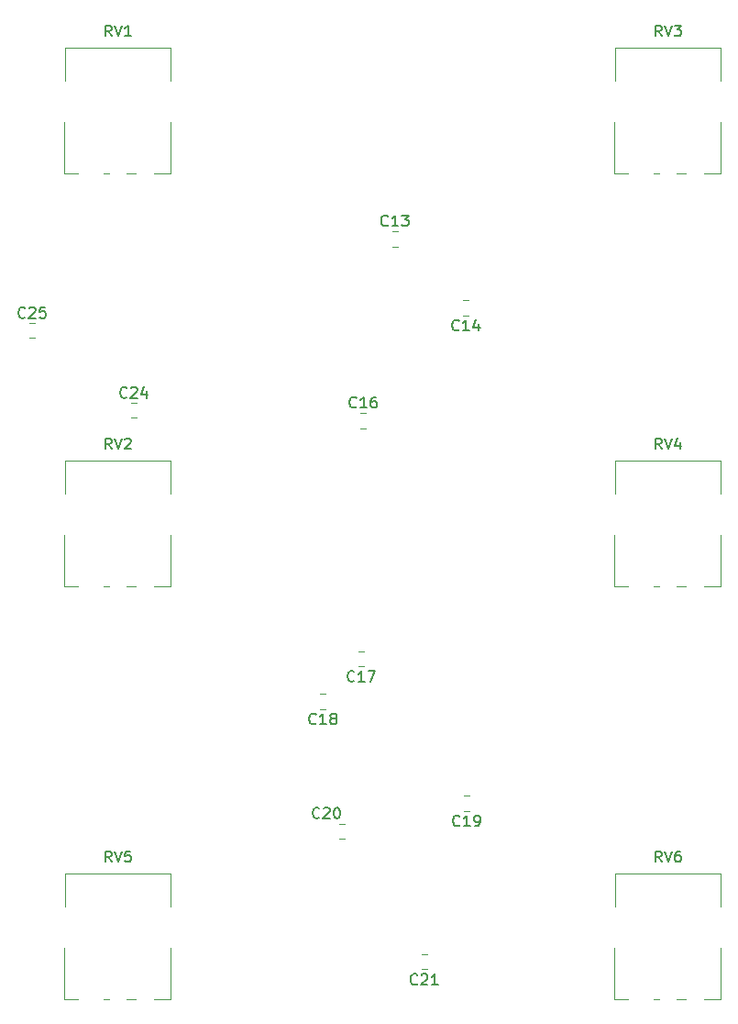
<source format=gbr>
G04 #@! TF.GenerationSoftware,KiCad,Pcbnew,5.1.6-c6e7f7d~86~ubuntu18.04.1*
G04 #@! TF.CreationDate,2020-06-20T09:49:41-04:00*
G04 #@! TF.ProjectId,dual_VCA,6475616c-5f56-4434-912e-6b696361645f,rev?*
G04 #@! TF.SameCoordinates,Original*
G04 #@! TF.FileFunction,Legend,Top*
G04 #@! TF.FilePolarity,Positive*
%FSLAX46Y46*%
G04 Gerber Fmt 4.6, Leading zero omitted, Abs format (unit mm)*
G04 Created by KiCad (PCBNEW 5.1.6-c6e7f7d~86~ubuntu18.04.1) date 2020-06-20 09:49:41*
%MOMM*%
%LPD*%
G01*
G04 APERTURE LIST*
%ADD10C,0.120000*%
%ADD11C,0.150000*%
G04 APERTURE END LIST*
D10*
X143457452Y-80364400D02*
X142934948Y-80364400D01*
X143457452Y-78944400D02*
X142934948Y-78944400D01*
X152332948Y-86310400D02*
X152855452Y-86310400D01*
X152332948Y-87730400D02*
X152855452Y-87730400D01*
X179155348Y-137212000D02*
X179677852Y-137212000D01*
X179155348Y-138632000D02*
X179677852Y-138632000D01*
X172075852Y-126592400D02*
X171553348Y-126592400D01*
X172075852Y-125172400D02*
X171553348Y-125172400D01*
X183594752Y-124027000D02*
X183072248Y-124027000D01*
X183594752Y-122607000D02*
X183072248Y-122607000D01*
X170323252Y-114629000D02*
X169800748Y-114629000D01*
X170323252Y-113209000D02*
X169800748Y-113209000D01*
X173338748Y-109272000D02*
X173861252Y-109272000D01*
X173338748Y-110692000D02*
X173861252Y-110692000D01*
X173529248Y-87301000D02*
X174051752Y-87301000D01*
X173529248Y-88721000D02*
X174051752Y-88721000D01*
X183531252Y-78307000D02*
X183008748Y-78307000D01*
X183531252Y-76887000D02*
X183008748Y-76887000D01*
X176450248Y-70537000D02*
X176972752Y-70537000D01*
X176450248Y-71957000D02*
X176972752Y-71957000D01*
X206760000Y-129770000D02*
X197020000Y-129770000D01*
X206760000Y-141360000D02*
X205270000Y-141360000D01*
X206760000Y-132830000D02*
X206760000Y-129770000D01*
X197010000Y-141360000D02*
X197010000Y-136640000D01*
X197020000Y-132830000D02*
X197020000Y-129770000D01*
X206760000Y-141360000D02*
X206760000Y-136640000D01*
X198200000Y-141360000D02*
X197020000Y-141360000D01*
X201100000Y-141360000D02*
X200570000Y-141360000D01*
X203550000Y-141360000D02*
X202720000Y-141360000D01*
X155960000Y-129770000D02*
X146220000Y-129770000D01*
X155960000Y-141360000D02*
X154470000Y-141360000D01*
X155960000Y-132830000D02*
X155960000Y-129770000D01*
X146210000Y-141360000D02*
X146210000Y-136640000D01*
X146220000Y-132830000D02*
X146220000Y-129770000D01*
X155960000Y-141360000D02*
X155960000Y-136640000D01*
X147400000Y-141360000D02*
X146220000Y-141360000D01*
X150300000Y-141360000D02*
X149770000Y-141360000D01*
X152750000Y-141360000D02*
X151920000Y-141360000D01*
X206760000Y-91670000D02*
X197020000Y-91670000D01*
X206760000Y-103260000D02*
X205270000Y-103260000D01*
X206760000Y-94730000D02*
X206760000Y-91670000D01*
X197010000Y-103260000D02*
X197010000Y-98540000D01*
X197020000Y-94730000D02*
X197020000Y-91670000D01*
X206760000Y-103260000D02*
X206760000Y-98540000D01*
X198200000Y-103260000D02*
X197020000Y-103260000D01*
X201100000Y-103260000D02*
X200570000Y-103260000D01*
X203550000Y-103260000D02*
X202720000Y-103260000D01*
X206760000Y-53570000D02*
X197020000Y-53570000D01*
X206760000Y-65160000D02*
X205270000Y-65160000D01*
X206760000Y-56630000D02*
X206760000Y-53570000D01*
X197010000Y-65160000D02*
X197010000Y-60440000D01*
X197020000Y-56630000D02*
X197020000Y-53570000D01*
X206760000Y-65160000D02*
X206760000Y-60440000D01*
X198200000Y-65160000D02*
X197020000Y-65160000D01*
X201100000Y-65160000D02*
X200570000Y-65160000D01*
X203550000Y-65160000D02*
X202720000Y-65160000D01*
X155960000Y-91670000D02*
X146220000Y-91670000D01*
X155960000Y-103260000D02*
X154470000Y-103260000D01*
X155960000Y-94730000D02*
X155960000Y-91670000D01*
X146210000Y-103260000D02*
X146210000Y-98540000D01*
X146220000Y-94730000D02*
X146220000Y-91670000D01*
X155960000Y-103260000D02*
X155960000Y-98540000D01*
X147400000Y-103260000D02*
X146220000Y-103260000D01*
X150300000Y-103260000D02*
X149770000Y-103260000D01*
X152750000Y-103260000D02*
X151920000Y-103260000D01*
X155960000Y-53570000D02*
X146220000Y-53570000D01*
X155960000Y-65160000D02*
X154470000Y-65160000D01*
X155960000Y-56630000D02*
X155960000Y-53570000D01*
X146210000Y-65160000D02*
X146210000Y-60440000D01*
X146220000Y-56630000D02*
X146220000Y-53570000D01*
X155960000Y-65160000D02*
X155960000Y-60440000D01*
X147400000Y-65160000D02*
X146220000Y-65160000D01*
X150300000Y-65160000D02*
X149770000Y-65160000D01*
X152750000Y-65160000D02*
X151920000Y-65160000D01*
D11*
X142562342Y-78436742D02*
X142514723Y-78484361D01*
X142371866Y-78531980D01*
X142276628Y-78531980D01*
X142133771Y-78484361D01*
X142038533Y-78389123D01*
X141990914Y-78293885D01*
X141943295Y-78103409D01*
X141943295Y-77960552D01*
X141990914Y-77770076D01*
X142038533Y-77674838D01*
X142133771Y-77579600D01*
X142276628Y-77531980D01*
X142371866Y-77531980D01*
X142514723Y-77579600D01*
X142562342Y-77627219D01*
X142943295Y-77627219D02*
X142990914Y-77579600D01*
X143086152Y-77531980D01*
X143324247Y-77531980D01*
X143419485Y-77579600D01*
X143467104Y-77627219D01*
X143514723Y-77722457D01*
X143514723Y-77817695D01*
X143467104Y-77960552D01*
X142895676Y-78531980D01*
X143514723Y-78531980D01*
X144419485Y-77531980D02*
X143943295Y-77531980D01*
X143895676Y-78008171D01*
X143943295Y-77960552D01*
X144038533Y-77912933D01*
X144276628Y-77912933D01*
X144371866Y-77960552D01*
X144419485Y-78008171D01*
X144467104Y-78103409D01*
X144467104Y-78341504D01*
X144419485Y-78436742D01*
X144371866Y-78484361D01*
X144276628Y-78531980D01*
X144038533Y-78531980D01*
X143943295Y-78484361D01*
X143895676Y-78436742D01*
X151951342Y-85802742D02*
X151903723Y-85850361D01*
X151760866Y-85897980D01*
X151665628Y-85897980D01*
X151522771Y-85850361D01*
X151427533Y-85755123D01*
X151379914Y-85659885D01*
X151332295Y-85469409D01*
X151332295Y-85326552D01*
X151379914Y-85136076D01*
X151427533Y-85040838D01*
X151522771Y-84945600D01*
X151665628Y-84897980D01*
X151760866Y-84897980D01*
X151903723Y-84945600D01*
X151951342Y-84993219D01*
X152332295Y-84993219D02*
X152379914Y-84945600D01*
X152475152Y-84897980D01*
X152713247Y-84897980D01*
X152808485Y-84945600D01*
X152856104Y-84993219D01*
X152903723Y-85088457D01*
X152903723Y-85183695D01*
X152856104Y-85326552D01*
X152284676Y-85897980D01*
X152903723Y-85897980D01*
X153760866Y-85231314D02*
X153760866Y-85897980D01*
X153522771Y-84850361D02*
X153284676Y-85564647D01*
X153903723Y-85564647D01*
X178782742Y-139955542D02*
X178735123Y-140003161D01*
X178592266Y-140050780D01*
X178497028Y-140050780D01*
X178354171Y-140003161D01*
X178258933Y-139907923D01*
X178211314Y-139812685D01*
X178163695Y-139622209D01*
X178163695Y-139479352D01*
X178211314Y-139288876D01*
X178258933Y-139193638D01*
X178354171Y-139098400D01*
X178497028Y-139050780D01*
X178592266Y-139050780D01*
X178735123Y-139098400D01*
X178782742Y-139146019D01*
X179163695Y-139146019D02*
X179211314Y-139098400D01*
X179306552Y-139050780D01*
X179544647Y-139050780D01*
X179639885Y-139098400D01*
X179687504Y-139146019D01*
X179735123Y-139241257D01*
X179735123Y-139336495D01*
X179687504Y-139479352D01*
X179116076Y-140050780D01*
X179735123Y-140050780D01*
X180687504Y-140050780D02*
X180116076Y-140050780D01*
X180401790Y-140050780D02*
X180401790Y-139050780D01*
X180306552Y-139193638D01*
X180211314Y-139288876D01*
X180116076Y-139336495D01*
X169740342Y-124613942D02*
X169692723Y-124661561D01*
X169549866Y-124709180D01*
X169454628Y-124709180D01*
X169311771Y-124661561D01*
X169216533Y-124566323D01*
X169168914Y-124471085D01*
X169121295Y-124280609D01*
X169121295Y-124137752D01*
X169168914Y-123947276D01*
X169216533Y-123852038D01*
X169311771Y-123756800D01*
X169454628Y-123709180D01*
X169549866Y-123709180D01*
X169692723Y-123756800D01*
X169740342Y-123804419D01*
X170121295Y-123804419D02*
X170168914Y-123756800D01*
X170264152Y-123709180D01*
X170502247Y-123709180D01*
X170597485Y-123756800D01*
X170645104Y-123804419D01*
X170692723Y-123899657D01*
X170692723Y-123994895D01*
X170645104Y-124137752D01*
X170073676Y-124709180D01*
X170692723Y-124709180D01*
X171311771Y-123709180D02*
X171407009Y-123709180D01*
X171502247Y-123756800D01*
X171549866Y-123804419D01*
X171597485Y-123899657D01*
X171645104Y-124090133D01*
X171645104Y-124328228D01*
X171597485Y-124518704D01*
X171549866Y-124613942D01*
X171502247Y-124661561D01*
X171407009Y-124709180D01*
X171311771Y-124709180D01*
X171216533Y-124661561D01*
X171168914Y-124613942D01*
X171121295Y-124518704D01*
X171073676Y-124328228D01*
X171073676Y-124090133D01*
X171121295Y-123899657D01*
X171168914Y-123804419D01*
X171216533Y-123756800D01*
X171311771Y-123709180D01*
X182690642Y-125324142D02*
X182643023Y-125371761D01*
X182500166Y-125419380D01*
X182404928Y-125419380D01*
X182262071Y-125371761D01*
X182166833Y-125276523D01*
X182119214Y-125181285D01*
X182071595Y-124990809D01*
X182071595Y-124847952D01*
X182119214Y-124657476D01*
X182166833Y-124562238D01*
X182262071Y-124467000D01*
X182404928Y-124419380D01*
X182500166Y-124419380D01*
X182643023Y-124467000D01*
X182690642Y-124514619D01*
X183643023Y-125419380D02*
X183071595Y-125419380D01*
X183357309Y-125419380D02*
X183357309Y-124419380D01*
X183262071Y-124562238D01*
X183166833Y-124657476D01*
X183071595Y-124705095D01*
X184119214Y-125419380D02*
X184309690Y-125419380D01*
X184404928Y-125371761D01*
X184452547Y-125324142D01*
X184547785Y-125181285D01*
X184595404Y-124990809D01*
X184595404Y-124609857D01*
X184547785Y-124514619D01*
X184500166Y-124467000D01*
X184404928Y-124419380D01*
X184214452Y-124419380D01*
X184119214Y-124467000D01*
X184071595Y-124514619D01*
X184023976Y-124609857D01*
X184023976Y-124847952D01*
X184071595Y-124943190D01*
X184119214Y-124990809D01*
X184214452Y-125038428D01*
X184404928Y-125038428D01*
X184500166Y-124990809D01*
X184547785Y-124943190D01*
X184595404Y-124847952D01*
X169419142Y-115926142D02*
X169371523Y-115973761D01*
X169228666Y-116021380D01*
X169133428Y-116021380D01*
X168990571Y-115973761D01*
X168895333Y-115878523D01*
X168847714Y-115783285D01*
X168800095Y-115592809D01*
X168800095Y-115449952D01*
X168847714Y-115259476D01*
X168895333Y-115164238D01*
X168990571Y-115069000D01*
X169133428Y-115021380D01*
X169228666Y-115021380D01*
X169371523Y-115069000D01*
X169419142Y-115116619D01*
X170371523Y-116021380D02*
X169800095Y-116021380D01*
X170085809Y-116021380D02*
X170085809Y-115021380D01*
X169990571Y-115164238D01*
X169895333Y-115259476D01*
X169800095Y-115307095D01*
X170942952Y-115449952D02*
X170847714Y-115402333D01*
X170800095Y-115354714D01*
X170752476Y-115259476D01*
X170752476Y-115211857D01*
X170800095Y-115116619D01*
X170847714Y-115069000D01*
X170942952Y-115021380D01*
X171133428Y-115021380D01*
X171228666Y-115069000D01*
X171276285Y-115116619D01*
X171323904Y-115211857D01*
X171323904Y-115259476D01*
X171276285Y-115354714D01*
X171228666Y-115402333D01*
X171133428Y-115449952D01*
X170942952Y-115449952D01*
X170847714Y-115497571D01*
X170800095Y-115545190D01*
X170752476Y-115640428D01*
X170752476Y-115830904D01*
X170800095Y-115926142D01*
X170847714Y-115973761D01*
X170942952Y-116021380D01*
X171133428Y-116021380D01*
X171228666Y-115973761D01*
X171276285Y-115926142D01*
X171323904Y-115830904D01*
X171323904Y-115640428D01*
X171276285Y-115545190D01*
X171228666Y-115497571D01*
X171133428Y-115449952D01*
X172957142Y-111990142D02*
X172909523Y-112037761D01*
X172766666Y-112085380D01*
X172671428Y-112085380D01*
X172528571Y-112037761D01*
X172433333Y-111942523D01*
X172385714Y-111847285D01*
X172338095Y-111656809D01*
X172338095Y-111513952D01*
X172385714Y-111323476D01*
X172433333Y-111228238D01*
X172528571Y-111133000D01*
X172671428Y-111085380D01*
X172766666Y-111085380D01*
X172909523Y-111133000D01*
X172957142Y-111180619D01*
X173909523Y-112085380D02*
X173338095Y-112085380D01*
X173623809Y-112085380D02*
X173623809Y-111085380D01*
X173528571Y-111228238D01*
X173433333Y-111323476D01*
X173338095Y-111371095D01*
X174242857Y-111085380D02*
X174909523Y-111085380D01*
X174480952Y-112085380D01*
X173147642Y-86718142D02*
X173100023Y-86765761D01*
X172957166Y-86813380D01*
X172861928Y-86813380D01*
X172719071Y-86765761D01*
X172623833Y-86670523D01*
X172576214Y-86575285D01*
X172528595Y-86384809D01*
X172528595Y-86241952D01*
X172576214Y-86051476D01*
X172623833Y-85956238D01*
X172719071Y-85861000D01*
X172861928Y-85813380D01*
X172957166Y-85813380D01*
X173100023Y-85861000D01*
X173147642Y-85908619D01*
X174100023Y-86813380D02*
X173528595Y-86813380D01*
X173814309Y-86813380D02*
X173814309Y-85813380D01*
X173719071Y-85956238D01*
X173623833Y-86051476D01*
X173528595Y-86099095D01*
X174957166Y-85813380D02*
X174766690Y-85813380D01*
X174671452Y-85861000D01*
X174623833Y-85908619D01*
X174528595Y-86051476D01*
X174480976Y-86241952D01*
X174480976Y-86622904D01*
X174528595Y-86718142D01*
X174576214Y-86765761D01*
X174671452Y-86813380D01*
X174861928Y-86813380D01*
X174957166Y-86765761D01*
X175004785Y-86718142D01*
X175052404Y-86622904D01*
X175052404Y-86384809D01*
X175004785Y-86289571D01*
X174957166Y-86241952D01*
X174861928Y-86194333D01*
X174671452Y-86194333D01*
X174576214Y-86241952D01*
X174528595Y-86289571D01*
X174480976Y-86384809D01*
X182627142Y-79604142D02*
X182579523Y-79651761D01*
X182436666Y-79699380D01*
X182341428Y-79699380D01*
X182198571Y-79651761D01*
X182103333Y-79556523D01*
X182055714Y-79461285D01*
X182008095Y-79270809D01*
X182008095Y-79127952D01*
X182055714Y-78937476D01*
X182103333Y-78842238D01*
X182198571Y-78747000D01*
X182341428Y-78699380D01*
X182436666Y-78699380D01*
X182579523Y-78747000D01*
X182627142Y-78794619D01*
X183579523Y-79699380D02*
X183008095Y-79699380D01*
X183293809Y-79699380D02*
X183293809Y-78699380D01*
X183198571Y-78842238D01*
X183103333Y-78937476D01*
X183008095Y-78985095D01*
X184436666Y-79032714D02*
X184436666Y-79699380D01*
X184198571Y-78651761D02*
X183960476Y-79366047D01*
X184579523Y-79366047D01*
X176068642Y-69954142D02*
X176021023Y-70001761D01*
X175878166Y-70049380D01*
X175782928Y-70049380D01*
X175640071Y-70001761D01*
X175544833Y-69906523D01*
X175497214Y-69811285D01*
X175449595Y-69620809D01*
X175449595Y-69477952D01*
X175497214Y-69287476D01*
X175544833Y-69192238D01*
X175640071Y-69097000D01*
X175782928Y-69049380D01*
X175878166Y-69049380D01*
X176021023Y-69097000D01*
X176068642Y-69144619D01*
X177021023Y-70049380D02*
X176449595Y-70049380D01*
X176735309Y-70049380D02*
X176735309Y-69049380D01*
X176640071Y-69192238D01*
X176544833Y-69287476D01*
X176449595Y-69335095D01*
X177354357Y-69049380D02*
X177973404Y-69049380D01*
X177640071Y-69430333D01*
X177782928Y-69430333D01*
X177878166Y-69477952D01*
X177925785Y-69525571D01*
X177973404Y-69620809D01*
X177973404Y-69858904D01*
X177925785Y-69954142D01*
X177878166Y-70001761D01*
X177782928Y-70049380D01*
X177497214Y-70049380D01*
X177401976Y-70001761D01*
X177354357Y-69954142D01*
X201334761Y-128722380D02*
X201001428Y-128246190D01*
X200763333Y-128722380D02*
X200763333Y-127722380D01*
X201144285Y-127722380D01*
X201239523Y-127770000D01*
X201287142Y-127817619D01*
X201334761Y-127912857D01*
X201334761Y-128055714D01*
X201287142Y-128150952D01*
X201239523Y-128198571D01*
X201144285Y-128246190D01*
X200763333Y-128246190D01*
X201620476Y-127722380D02*
X201953809Y-128722380D01*
X202287142Y-127722380D01*
X203049047Y-127722380D02*
X202858571Y-127722380D01*
X202763333Y-127770000D01*
X202715714Y-127817619D01*
X202620476Y-127960476D01*
X202572857Y-128150952D01*
X202572857Y-128531904D01*
X202620476Y-128627142D01*
X202668095Y-128674761D01*
X202763333Y-128722380D01*
X202953809Y-128722380D01*
X203049047Y-128674761D01*
X203096666Y-128627142D01*
X203144285Y-128531904D01*
X203144285Y-128293809D01*
X203096666Y-128198571D01*
X203049047Y-128150952D01*
X202953809Y-128103333D01*
X202763333Y-128103333D01*
X202668095Y-128150952D01*
X202620476Y-128198571D01*
X202572857Y-128293809D01*
X150534761Y-128722380D02*
X150201428Y-128246190D01*
X149963333Y-128722380D02*
X149963333Y-127722380D01*
X150344285Y-127722380D01*
X150439523Y-127770000D01*
X150487142Y-127817619D01*
X150534761Y-127912857D01*
X150534761Y-128055714D01*
X150487142Y-128150952D01*
X150439523Y-128198571D01*
X150344285Y-128246190D01*
X149963333Y-128246190D01*
X150820476Y-127722380D02*
X151153809Y-128722380D01*
X151487142Y-127722380D01*
X152296666Y-127722380D02*
X151820476Y-127722380D01*
X151772857Y-128198571D01*
X151820476Y-128150952D01*
X151915714Y-128103333D01*
X152153809Y-128103333D01*
X152249047Y-128150952D01*
X152296666Y-128198571D01*
X152344285Y-128293809D01*
X152344285Y-128531904D01*
X152296666Y-128627142D01*
X152249047Y-128674761D01*
X152153809Y-128722380D01*
X151915714Y-128722380D01*
X151820476Y-128674761D01*
X151772857Y-128627142D01*
X201334761Y-90622380D02*
X201001428Y-90146190D01*
X200763333Y-90622380D02*
X200763333Y-89622380D01*
X201144285Y-89622380D01*
X201239523Y-89670000D01*
X201287142Y-89717619D01*
X201334761Y-89812857D01*
X201334761Y-89955714D01*
X201287142Y-90050952D01*
X201239523Y-90098571D01*
X201144285Y-90146190D01*
X200763333Y-90146190D01*
X201620476Y-89622380D02*
X201953809Y-90622380D01*
X202287142Y-89622380D01*
X203049047Y-89955714D02*
X203049047Y-90622380D01*
X202810952Y-89574761D02*
X202572857Y-90289047D01*
X203191904Y-90289047D01*
X201334761Y-52522380D02*
X201001428Y-52046190D01*
X200763333Y-52522380D02*
X200763333Y-51522380D01*
X201144285Y-51522380D01*
X201239523Y-51570000D01*
X201287142Y-51617619D01*
X201334761Y-51712857D01*
X201334761Y-51855714D01*
X201287142Y-51950952D01*
X201239523Y-51998571D01*
X201144285Y-52046190D01*
X200763333Y-52046190D01*
X201620476Y-51522380D02*
X201953809Y-52522380D01*
X202287142Y-51522380D01*
X202525238Y-51522380D02*
X203144285Y-51522380D01*
X202810952Y-51903333D01*
X202953809Y-51903333D01*
X203049047Y-51950952D01*
X203096666Y-51998571D01*
X203144285Y-52093809D01*
X203144285Y-52331904D01*
X203096666Y-52427142D01*
X203049047Y-52474761D01*
X202953809Y-52522380D01*
X202668095Y-52522380D01*
X202572857Y-52474761D01*
X202525238Y-52427142D01*
X150534761Y-90622380D02*
X150201428Y-90146190D01*
X149963333Y-90622380D02*
X149963333Y-89622380D01*
X150344285Y-89622380D01*
X150439523Y-89670000D01*
X150487142Y-89717619D01*
X150534761Y-89812857D01*
X150534761Y-89955714D01*
X150487142Y-90050952D01*
X150439523Y-90098571D01*
X150344285Y-90146190D01*
X149963333Y-90146190D01*
X150820476Y-89622380D02*
X151153809Y-90622380D01*
X151487142Y-89622380D01*
X151772857Y-89717619D02*
X151820476Y-89670000D01*
X151915714Y-89622380D01*
X152153809Y-89622380D01*
X152249047Y-89670000D01*
X152296666Y-89717619D01*
X152344285Y-89812857D01*
X152344285Y-89908095D01*
X152296666Y-90050952D01*
X151725238Y-90622380D01*
X152344285Y-90622380D01*
X150534761Y-52522380D02*
X150201428Y-52046190D01*
X149963333Y-52522380D02*
X149963333Y-51522380D01*
X150344285Y-51522380D01*
X150439523Y-51570000D01*
X150487142Y-51617619D01*
X150534761Y-51712857D01*
X150534761Y-51855714D01*
X150487142Y-51950952D01*
X150439523Y-51998571D01*
X150344285Y-52046190D01*
X149963333Y-52046190D01*
X150820476Y-51522380D02*
X151153809Y-52522380D01*
X151487142Y-51522380D01*
X152344285Y-52522380D02*
X151772857Y-52522380D01*
X152058571Y-52522380D02*
X152058571Y-51522380D01*
X151963333Y-51665238D01*
X151868095Y-51760476D01*
X151772857Y-51808095D01*
M02*

</source>
